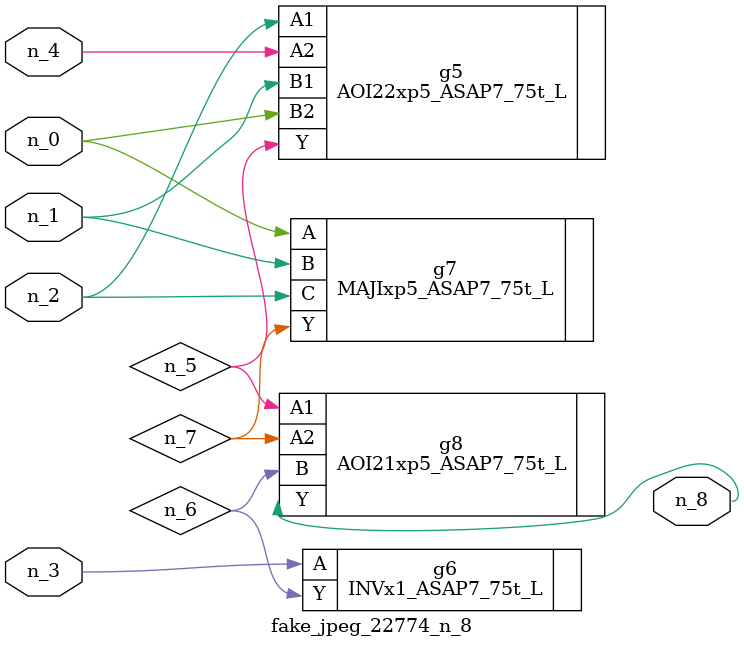
<source format=v>
module fake_jpeg_22774_n_8 (n_3, n_2, n_1, n_0, n_4, n_8);

input n_3;
input n_2;
input n_1;
input n_0;
input n_4;

output n_8;

wire n_6;
wire n_5;
wire n_7;

AOI22xp5_ASAP7_75t_L g5 ( 
.A1(n_2),
.A2(n_4),
.B1(n_1),
.B2(n_0),
.Y(n_5)
);

INVx1_ASAP7_75t_L g6 ( 
.A(n_3),
.Y(n_6)
);

MAJIxp5_ASAP7_75t_L g7 ( 
.A(n_0),
.B(n_1),
.C(n_2),
.Y(n_7)
);

AOI21xp5_ASAP7_75t_L g8 ( 
.A1(n_5),
.A2(n_7),
.B(n_6),
.Y(n_8)
);


endmodule
</source>
